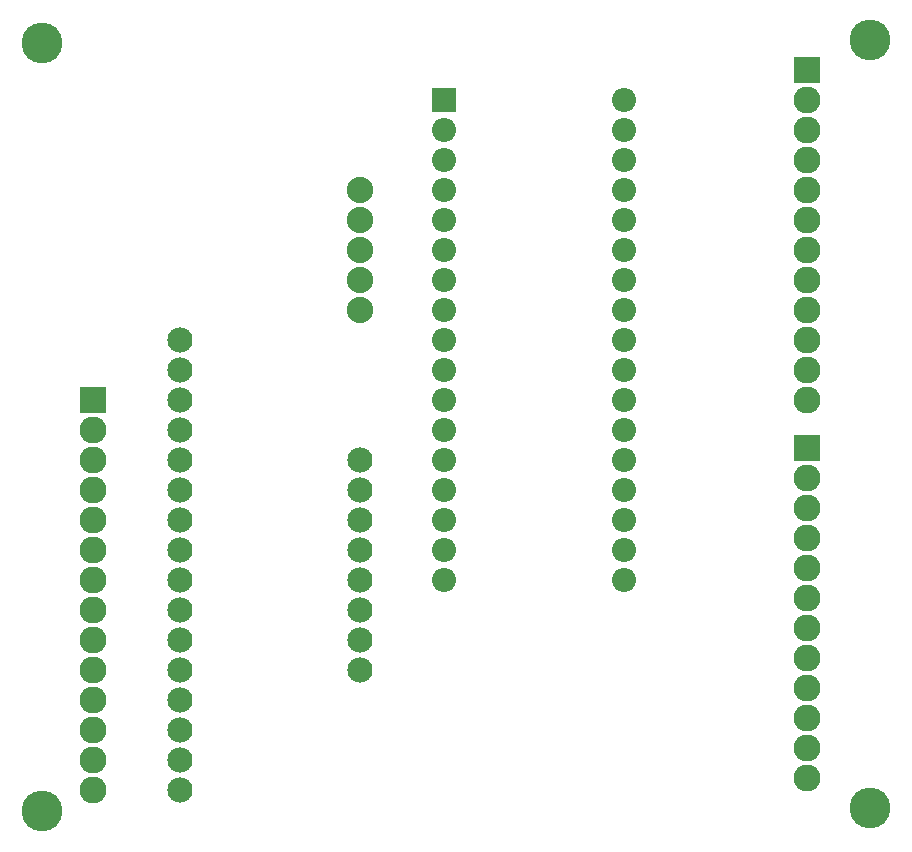
<source format=gts>
G04 MADE WITH FRITZING*
G04 WWW.FRITZING.ORG*
G04 DOUBLE SIDED*
G04 HOLES PLATED*
G04 CONTOUR ON CENTER OF CONTOUR VECTOR*
%ASAXBY*%
%FSLAX23Y23*%
%MOIN*%
%OFA0B0*%
%SFA1.0B1.0*%
%ADD10C,0.080555*%
%ADD11C,0.080583*%
%ADD12C,0.084000*%
%ADD13C,0.090000*%
%ADD14C,0.088000*%
%ADD15C,0.135984*%
%ADD16R,0.080570X0.080542*%
%ADD17R,0.090000X0.090000*%
%LNMASK1*%
G90*
G70*
G54D10*
X1444Y2465D03*
X1444Y2365D03*
X1444Y2265D03*
X1444Y2165D03*
X1444Y2065D03*
X1444Y1965D03*
X1444Y1865D03*
X1444Y1765D03*
X1444Y1665D03*
G54D11*
X1444Y1565D03*
X1444Y1465D03*
X1444Y1365D03*
G54D10*
X1444Y1265D03*
X1444Y1165D03*
G54D11*
X1444Y1065D03*
X1444Y965D03*
X1444Y865D03*
G54D10*
X2044Y2465D03*
X2044Y2365D03*
X2044Y2265D03*
X2044Y2165D03*
X2044Y2065D03*
X2044Y1965D03*
X2044Y1665D03*
G54D11*
X2044Y1565D03*
G54D10*
X2044Y1765D03*
X2044Y1865D03*
G54D11*
X2044Y1465D03*
X2044Y1365D03*
G54D10*
X2044Y1265D03*
X2044Y1165D03*
G54D11*
X2044Y1065D03*
X2044Y965D03*
X2044Y865D03*
G54D12*
X564Y165D03*
X564Y265D03*
X564Y365D03*
X564Y465D03*
X564Y565D03*
X564Y665D03*
X564Y765D03*
X564Y865D03*
X564Y965D03*
X564Y1065D03*
X564Y1165D03*
X564Y1265D03*
X564Y1365D03*
X564Y1465D03*
X564Y1565D03*
X564Y1665D03*
X1164Y565D03*
X1164Y665D03*
X1164Y765D03*
X1164Y865D03*
X1164Y965D03*
X1164Y1065D03*
X1164Y1165D03*
X1164Y1265D03*
G54D13*
X2654Y2565D03*
X2654Y2465D03*
X2654Y2365D03*
X2654Y2265D03*
X2654Y2165D03*
X2654Y2065D03*
X2654Y1965D03*
X2654Y1865D03*
X2654Y1765D03*
X2654Y1665D03*
X2654Y1565D03*
X2654Y1465D03*
X2654Y1305D03*
X2654Y1205D03*
X2654Y1105D03*
X2654Y1005D03*
X2654Y905D03*
X2654Y805D03*
X2654Y705D03*
X2654Y605D03*
X2654Y505D03*
X2654Y405D03*
X2654Y305D03*
X2654Y205D03*
X274Y1465D03*
X274Y1365D03*
X274Y1265D03*
X274Y1165D03*
X274Y1065D03*
X274Y965D03*
X274Y865D03*
X274Y765D03*
X274Y665D03*
X274Y565D03*
X274Y465D03*
X274Y365D03*
X274Y265D03*
X274Y165D03*
G54D14*
X1164Y2165D03*
X1164Y2065D03*
X1164Y1965D03*
X1164Y1865D03*
X1164Y1765D03*
G54D15*
X2864Y2665D03*
X2864Y105D03*
X104Y2655D03*
X104Y95D03*
G54D16*
X1444Y2465D03*
G54D17*
X2654Y2565D03*
X2654Y1305D03*
X274Y1465D03*
G04 End of Mask1*
M02*
</source>
